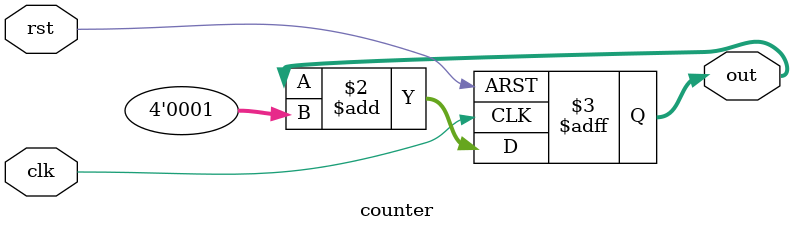
<source format=v>
module counter(
    input clk,
    input rst,
    output reg [3:0] out
);



always @(posedge clk or posedge rst) begin
    if(rst)
        out <= 4'b0000;
    else
        out <= out + 4'b0001;
end

endmodule





</source>
